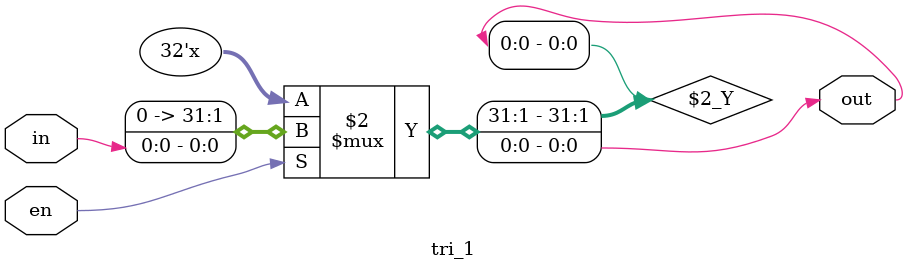
<source format=v>
module tri_1(output out,
		input en,input in);
`ifdef USE_BUFIF1 
	bufif1 (out, in, en);
`else
	assign out = en? in: 'bz;
`endif
endmodule

</source>
